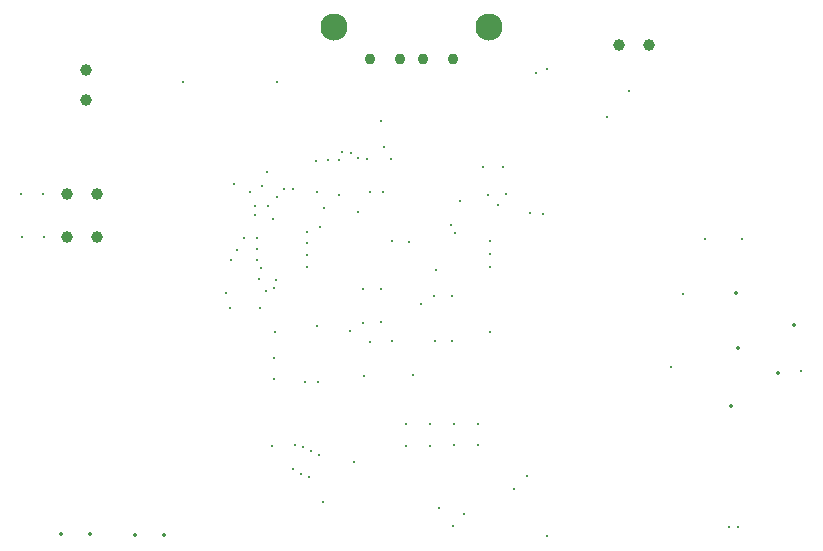
<source format=gbr>
%TF.GenerationSoftware,KiCad,Pcbnew,8.0.6*%
%TF.CreationDate,2024-12-24T11:34:50+00:00*%
%TF.ProjectId,RISKYMSXCart,5249534b-594d-4535-9843-6172742e6b69,rev?*%
%TF.SameCoordinates,Original*%
%TF.FileFunction,Plated,1,4,PTH,Drill*%
%TF.FilePolarity,Positive*%
%FSLAX46Y46*%
G04 Gerber Fmt 4.6, Leading zero omitted, Abs format (unit mm)*
G04 Created by KiCad (PCBNEW 8.0.6) date 2024-12-24 11:34:50*
%MOMM*%
%LPD*%
G01*
G04 APERTURE LIST*
%TA.AperFunction,ViaDrill*%
%ADD10C,0.300000*%
%TD*%
%TA.AperFunction,ViaDrill*%
%ADD11C,0.350000*%
%TD*%
%TA.AperFunction,ComponentDrill*%
%ADD12C,0.920000*%
%TD*%
%TA.AperFunction,ComponentDrill*%
%ADD13C,1.000000*%
%TD*%
%TA.AperFunction,ComponentDrill*%
%ADD14C,2.300000*%
%TD*%
G04 APERTURE END LIST*
D10*
X116460000Y-95175000D03*
X116535000Y-98825000D03*
X118285000Y-95175000D03*
X118360000Y-98825000D03*
X130125000Y-85675000D03*
X133745200Y-103550000D03*
X134097600Y-104850000D03*
X134169493Y-100783183D03*
X134462561Y-94315672D03*
X134758200Y-99900000D03*
X135310600Y-98909394D03*
X135809302Y-95021866D03*
X136217800Y-96175793D03*
X136217800Y-96928196D03*
X136379093Y-100783183D03*
X136415400Y-98875000D03*
X136415400Y-99875000D03*
X136575000Y-102400000D03*
X136650000Y-104875000D03*
X136767800Y-101427400D03*
X136827399Y-94491389D03*
X137132470Y-103369541D03*
X137231289Y-93322601D03*
X137322600Y-96175793D03*
X137675000Y-116500000D03*
X137800000Y-97322600D03*
X137850000Y-109087500D03*
X137850000Y-110812500D03*
X137855220Y-103160397D03*
X137900000Y-106900000D03*
X138025000Y-102427400D03*
X138125000Y-85675000D03*
X138126412Y-95400000D03*
X138681290Y-94772602D03*
X139442553Y-118508837D03*
X139462500Y-94772600D03*
X139600000Y-116400000D03*
X140099730Y-118875207D03*
X140312702Y-116641176D03*
X140447600Y-111100000D03*
X140623368Y-98375000D03*
X140647600Y-99375001D03*
X140647600Y-100350000D03*
X140647600Y-101400000D03*
X140791021Y-119172233D03*
X140991662Y-116965402D03*
X141368788Y-92431212D03*
X141500000Y-106350000D03*
X141525000Y-95050000D03*
X141552400Y-111100000D03*
X141686839Y-117253218D03*
X141752400Y-97975000D03*
X142039790Y-121239790D03*
X142089790Y-96335210D03*
X142400552Y-92333476D03*
X143319907Y-92286606D03*
X143375000Y-95250000D03*
X143622278Y-91597634D03*
X144252400Y-106800000D03*
X144371003Y-91671933D03*
X144604800Y-117900000D03*
X144967972Y-92129904D03*
X144975000Y-96695200D03*
X145400000Y-103250000D03*
X145400000Y-106075000D03*
X145500000Y-110600000D03*
X145725000Y-92250000D03*
X145947600Y-95050000D03*
X146000000Y-107700000D03*
X146921379Y-89033201D03*
X146950000Y-103200000D03*
X146950000Y-106062500D03*
X147052400Y-95000000D03*
X147155967Y-91195200D03*
X147721521Y-92185495D03*
X147800000Y-99200000D03*
X147800000Y-107600000D03*
X149050000Y-114687500D03*
X149050000Y-116512500D03*
X149300000Y-99250000D03*
X149651004Y-110500000D03*
X150257914Y-104504510D03*
X151050000Y-114687500D03*
X151050000Y-116512500D03*
X151425000Y-103800000D03*
X151500000Y-107650000D03*
X151600000Y-101600000D03*
X151809394Y-121790606D03*
X152800000Y-97800000D03*
X152900000Y-107650000D03*
X152925000Y-103800000D03*
X152977900Y-123300000D03*
X153100000Y-114650000D03*
X153100000Y-116475000D03*
X153200000Y-98450000D03*
X153562984Y-95810364D03*
X153963950Y-122313950D03*
X155100000Y-114650000D03*
X155100000Y-116475000D03*
X155525000Y-92875000D03*
X155927399Y-95309854D03*
X156150000Y-99190401D03*
X156150000Y-100295201D03*
X156150000Y-101400000D03*
X156150000Y-106900000D03*
X156800000Y-96125000D03*
X157250000Y-92875000D03*
X157481040Y-95202400D03*
X158200001Y-120181211D03*
X159304800Y-119100000D03*
X159562000Y-96825000D03*
X160000000Y-84900000D03*
X160666800Y-96882488D03*
X161000000Y-84625000D03*
X161000000Y-124150000D03*
X166075000Y-88675000D03*
X167912500Y-86475000D03*
X171500000Y-109800000D03*
X172440000Y-103660000D03*
X174300000Y-99000000D03*
X176400000Y-123400000D03*
X177152186Y-123418049D03*
X177500000Y-99000000D03*
X182500000Y-110175000D03*
D11*
X119849900Y-123979934D03*
X122262900Y-123979934D03*
X126072900Y-124056134D03*
X128536700Y-124056134D03*
X176517300Y-113134134D03*
X176999900Y-103609134D03*
X177101500Y-108206534D03*
X180555900Y-110314734D03*
X181851300Y-106250734D03*
D12*
%TO.C,J7*%
X146000000Y-83727500D03*
X148500000Y-83727500D03*
X150500000Y-83727500D03*
X153000000Y-83727500D03*
D13*
%TO.C,J5*%
X120335000Y-98825000D03*
%TO.C,J1*%
X120360000Y-95175000D03*
%TO.C,J8*%
X121900000Y-84700000D03*
X121900000Y-87240000D03*
%TO.C,J5*%
X122875000Y-98825000D03*
%TO.C,J1*%
X122900000Y-95175000D03*
%TO.C,J2*%
X167060000Y-82575000D03*
X169600000Y-82575000D03*
D14*
%TO.C,J7*%
X142930000Y-81017500D03*
X156070000Y-81017500D03*
M02*

</source>
